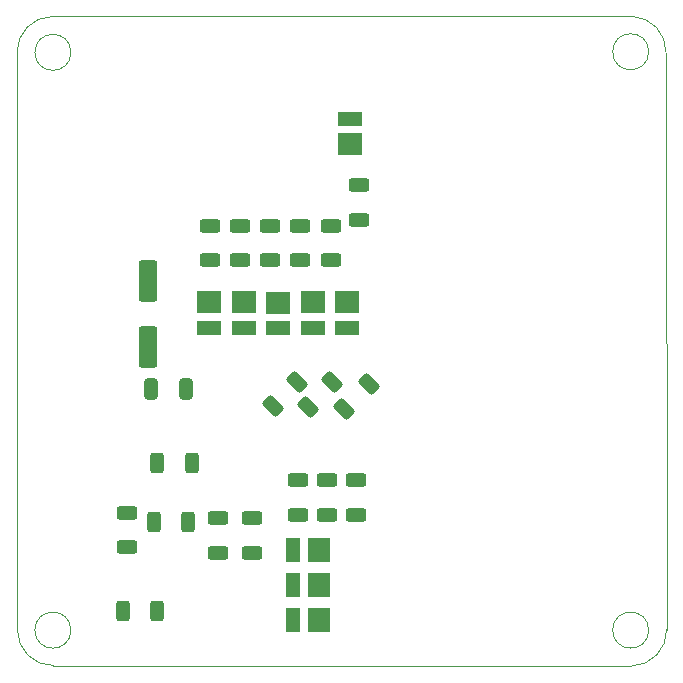
<source format=gtp>
G04 #@! TF.GenerationSoftware,KiCad,Pcbnew,(6.0.11)*
G04 #@! TF.CreationDate,2023-03-02T01:09:38+03:00*
G04 #@! TF.ProjectId,Device-1,44657669-6365-42d3-912e-6b696361645f,rev?*
G04 #@! TF.SameCoordinates,Original*
G04 #@! TF.FileFunction,Paste,Top*
G04 #@! TF.FilePolarity,Positive*
%FSLAX46Y46*%
G04 Gerber Fmt 4.6, Leading zero omitted, Abs format (unit mm)*
G04 Created by KiCad (PCBNEW (6.0.11)) date 2023-03-02 01:09:38*
%MOMM*%
%LPD*%
G01*
G04 APERTURE LIST*
G04 Aperture macros list*
%AMRoundRect*
0 Rectangle with rounded corners*
0 $1 Rounding radius*
0 $2 $3 $4 $5 $6 $7 $8 $9 X,Y pos of 4 corners*
0 Add a 4 corners polygon primitive as box body*
4,1,4,$2,$3,$4,$5,$6,$7,$8,$9,$2,$3,0*
0 Add four circle primitives for the rounded corners*
1,1,$1+$1,$2,$3*
1,1,$1+$1,$4,$5*
1,1,$1+$1,$6,$7*
1,1,$1+$1,$8,$9*
0 Add four rect primitives between the rounded corners*
20,1,$1+$1,$2,$3,$4,$5,0*
20,1,$1+$1,$4,$5,$6,$7,0*
20,1,$1+$1,$6,$7,$8,$9,0*
20,1,$1+$1,$8,$9,$2,$3,0*%
G04 Aperture macros list end*
G04 #@! TA.AperFunction,Profile*
%ADD10C,0.100000*%
G04 #@! TD*
%ADD11RoundRect,0.250000X-0.220971X0.662913X-0.662913X0.220971X0.220971X-0.662913X0.662913X-0.220971X0*%
%ADD12RoundRect,0.250000X-0.550000X1.500000X-0.550000X-1.500000X0.550000X-1.500000X0.550000X1.500000X0*%
%ADD13R,2.000000X1.950000*%
%ADD14R,2.000000X1.300000*%
%ADD15RoundRect,0.250000X-0.625000X0.312500X-0.625000X-0.312500X0.625000X-0.312500X0.625000X0.312500X0*%
%ADD16RoundRect,0.250000X0.625000X-0.312500X0.625000X0.312500X-0.625000X0.312500X-0.625000X-0.312500X0*%
%ADD17R,1.950000X2.000000*%
%ADD18R,1.300000X2.000000*%
%ADD19RoundRect,0.250000X0.325000X0.650000X-0.325000X0.650000X-0.325000X-0.650000X0.325000X-0.650000X0*%
%ADD20RoundRect,0.250000X-0.312500X-0.625000X0.312500X-0.625000X0.312500X0.625000X-0.312500X0.625000X0*%
%ADD21RoundRect,0.250000X0.312500X0.625000X-0.312500X0.625000X-0.312500X-0.625000X0.312500X-0.625000X0*%
G04 APERTURE END LIST*
D10*
X12954000Y-16002000D02*
X13004370Y-64922400D01*
X66447246Y-64922400D02*
G75*
G03*
X66447246Y-64922400I-1524846J0D01*
G01*
X64973200Y-67970400D02*
G75*
G03*
X67970400Y-64871600I-50800J3048000D01*
G01*
X66447246Y-15951200D02*
G75*
G03*
X66447246Y-15951200I-1524846J0D01*
G01*
X16052800Y-67919600D02*
X64973200Y-67970400D01*
X17526846Y-64922400D02*
G75*
G03*
X17526846Y-64922400I-1524846J0D01*
G01*
X13004370Y-64922400D02*
G75*
G03*
X16052800Y-67919600I2997630J0D01*
G01*
X67919656Y-16051109D02*
G75*
G03*
X65024000Y-12954001I-2997256J99909D01*
G01*
X67970400Y-64871600D02*
X67919656Y-16051109D01*
X17526000Y-16002000D02*
G75*
G03*
X17526000Y-16002000I-1524000J0D01*
G01*
X65024000Y-12954001D02*
X16002000Y-12954000D01*
X16002000Y-12954000D02*
G75*
G03*
X12954000Y-16002000I0J-3048000D01*
G01*
D11*
X34602056Y-45941344D03*
X36670344Y-43873056D03*
X40672656Y-46169944D03*
X42740944Y-44101656D03*
X37599256Y-46017544D03*
X39667544Y-43949256D03*
D12*
X24028400Y-35376200D03*
X24028400Y-40976200D03*
D13*
X41173400Y-23799800D03*
D14*
X41173400Y-21615400D03*
D15*
X32842200Y-55458900D03*
X32842200Y-58383900D03*
D16*
X31820200Y-33612400D03*
X31820200Y-30687400D03*
X36753800Y-55147400D03*
X36753800Y-52222400D03*
D13*
X40919400Y-37160200D03*
D14*
X40919400Y-39344600D03*
D17*
X38531800Y-64084200D03*
D18*
X36347400Y-64084200D03*
D16*
X39217600Y-55158100D03*
X39217600Y-52233100D03*
D19*
X27256000Y-44500800D03*
X24306000Y-44500800D03*
D20*
X24851900Y-50774600D03*
X27776900Y-50774600D03*
D16*
X29331000Y-30680400D03*
X29331000Y-33605400D03*
X36900200Y-33605400D03*
X36900200Y-30680400D03*
D15*
X41910000Y-27264900D03*
X41910000Y-30189900D03*
D17*
X38511750Y-61061600D03*
D18*
X36327350Y-61061600D03*
D21*
X27472100Y-55778400D03*
X24547100Y-55778400D03*
D15*
X29997400Y-55458900D03*
X29997400Y-58383900D03*
D16*
X34411000Y-33605400D03*
X34411000Y-30680400D03*
X39522400Y-33593500D03*
X39522400Y-30668500D03*
D20*
X21930900Y-63271400D03*
X24855900Y-63271400D03*
D13*
X38023800Y-37160200D03*
D14*
X38023800Y-39344600D03*
D16*
X41681400Y-52222400D03*
X41681400Y-55147400D03*
D13*
X35077400Y-37185600D03*
D14*
X35077400Y-39370000D03*
D17*
X38537150Y-58160000D03*
D18*
X36352750Y-58160000D03*
D15*
X22275800Y-54976300D03*
X22275800Y-57901300D03*
D13*
X32156400Y-37160200D03*
D14*
X32156400Y-39344600D03*
D13*
X29235400Y-37160200D03*
D14*
X29235400Y-39344600D03*
M02*

</source>
